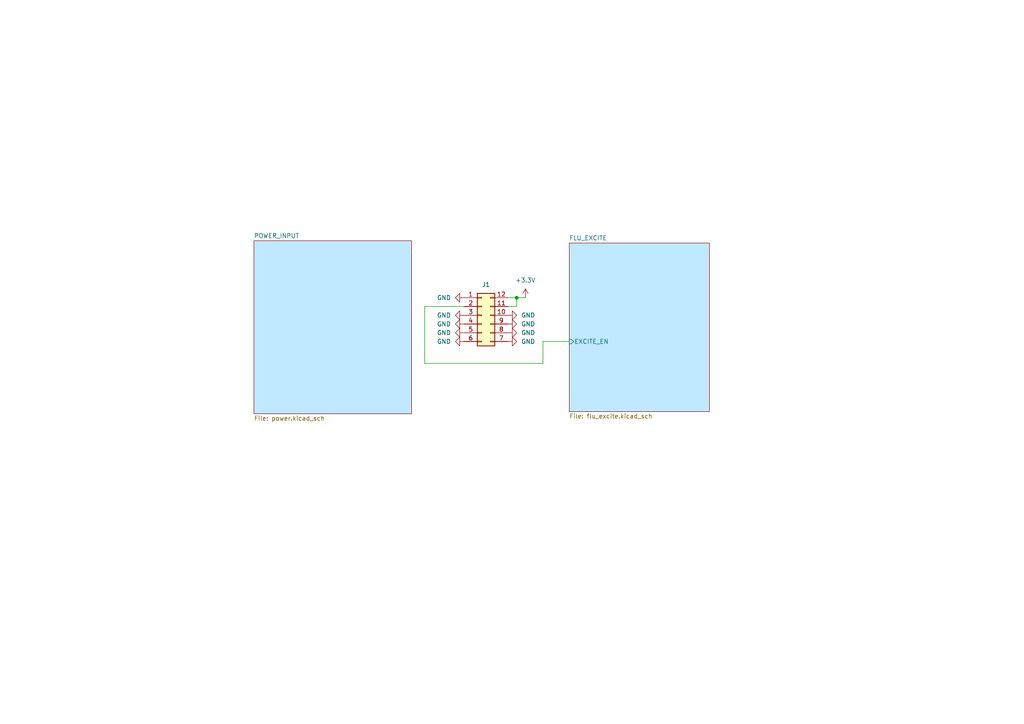
<source format=kicad_sch>
(kicad_sch (version 20230121) (generator eeschema)
  (paper "A4")
  (lib_symbols
    (symbol "Connector_Generic:Conn_02x06_Counter_Clockwise" (pin_names (offset 1.016) hide)
      (property "Reference" "J" (at 1.27 7.62 0))
      (property "Value" "Conn_02x06_Counter_Clockwise" (at 1.27 -10.16 0))
      (symbol "Conn_02x06_Counter_Clockwise_1_1"
        (rectangle (start -1.27 -7.493) (end 0 -7.747) (stroke (width 0.1524)))
        (rectangle (start -1.27 -4.953) (end 0 -5.207) (stroke (width 0.1524)))
        (rectangle (start -1.27 -2.413) (end 0 -2.667) (stroke (width 0.1524)))
        (rectangle (start -1.27 0.127) (end 0 -0.127) (stroke (width 0.1524)))
        (rectangle (start -1.27 2.667) (end 0 2.413) (stroke (width 0.1524)))
        (rectangle (start -1.27 5.207) (end 0 4.953) (stroke (width 0.1524)))
        (rectangle (start -1.27 6.35) (end 3.81 -8.89) (stroke (width 0.254)) (fill (type background)))
        (rectangle (start 3.81 -7.493) (end 2.54 -7.747) (stroke (width 0.1524)))
        (rectangle (start 3.81 -4.953) (end 2.54 -5.207) (stroke (width 0.1524)))
        (rectangle (start 3.81 -2.413) (end 2.54 -2.667) (stroke (width 0.1524)))
        (rectangle (start 3.81 0.127) (end 2.54 -0.127) (stroke (width 0.1524)))
        (rectangle (start 3.81 2.667) (end 2.54 2.413) (stroke (width 0.1524)))
        (rectangle (start 3.81 5.207) (end 2.54 4.953) (stroke (width 0.1524)))
        (pin passive line (at -5.08 5.08 0) (length 3.81) (name "Pin_1") (number "1"))
        (pin passive line (at 7.62 0 180) (length 3.81) (name "Pin_10") (number "10"))
        (pin passive line (at 7.62 2.54 180) (length 3.81) (name "Pin_11") (number "11"))
        (pin passive line (at 7.62 5.08 180) (length 3.81) (name "Pin_12") (number "12"))
        (pin passive line (at -5.08 2.54 0) (length 3.81) (name "Pin_2") (number "2"))
        (pin passive line (at -5.08 0 0) (length 3.81) (name "Pin_3") (number "3"))
        (pin passive line (at -5.08 -2.54 0) (length 3.81) (name "Pin_4") (number "4"))
        (pin passive line (at -5.08 -5.08 0) (length 3.81) (name "Pin_5") (number "5"))
        (pin passive line (at -5.08 -7.62 0) (length 3.81) (name "Pin_6") (number "6"))
        (pin passive line (at 7.62 -7.62 180) (length 3.81) (name "Pin_7") (number "7"))
        (pin passive line (at 7.62 -5.08 180) (length 3.81) (name "Pin_8") (number "8"))
        (pin passive line (at 7.62 -2.54 180) (length 3.81) (name "Pin_9") (number "9"))
      )
    )
    (symbol "power:+3.3V" (power) (pin_names (offset 0))
      (property "Value" "+3.3V" (at 0 3.556 0))
      (symbol "+3.3V_0_1"
        (polyline (pts (xy -0.762 1.27) (xy 0 2.54)))
        (polyline (pts (xy 0 0) (xy 0 2.54)))
        (polyline (pts (xy 0 2.54) (xy 0.762 1.27)))
      )
      (symbol "+3.3V_1_1"
        (pin power_in line (at 0 0 90) (length 0) hide (name "+3.3V") (number "1"))
      )
    )
    (symbol "power:GND" (power) (pin_names (offset 0))
      (property "Value" "GND" (at 0 -3.81 0))
      (symbol "GND_0_1"
        (polyline (pts (xy 0 0) (xy 0 -1.27) (xy 1.27 -1.27) (xy 0 -2.54) (xy -1.27 -1.27) (xy 0 -1.27)))
      )
      (symbol "GND_1_1"
        (pin power_in line (at 0 0 270) (length 0) hide (name "GND") (number "1"))
      )
    )
  )
  (junction (at 149.86 86.36))
  (wire (pts (xy 152.4 86.36) (xy 149.86 86.36)))
  (wire (pts (xy 157.48 105.41) (xy 157.48 99.06)))
  (wire (pts (xy 123.19 105.41) (xy 157.48 105.41)))
  (wire (pts (xy 149.86 86.36) (xy 147.32 86.36)))
  (wire (pts (xy 123.19 88.9) (xy 134.62 88.9)))
  (wire (pts (xy 149.86 88.9) (xy 149.86 86.36)))
  (wire (pts (xy 123.19 105.41) (xy 123.19 88.9)))
  (wire (pts (xy 165.1 99.06) (xy 157.48 99.06)))
  (wire (pts (xy 147.32 88.9) (xy 149.86 88.9)))
  (symbol (lib_id "power:+3.3V") (at 152.4 86.36 0) (mirror y) (unit 1)
    (property "Reference" "#PWR01" (effects hide))
    (property "Value" "+3.3V" (at 152.4 81.28 0))
  )
  (symbol (lib_id "power:GND") (at 147.32 99.06 90) (unit 1)
    (property "Reference" "#PWR02" (effects hide))
    (property "Value" "GND" (at 151.13 99.06 90) (effects (justify right)))
  )
  (symbol (lib_id "power:GND") (at 134.62 93.98 270) (unit 1)
    (property "Reference" "#PWR04" (effects hide))
    (property "Value" "GND" (at 130.81 93.98 90) (effects (justify right)))
  )
  (symbol (lib_id "power:GND") (at 147.32 93.98 90) (unit 1)
    (property "Reference" "#PWR09" (effects hide))
    (property "Value" "GND" (at 151.13 93.98 90) (effects (justify right)))
  )
  (symbol (lib_id "power:GND") (at 134.62 96.52 270) (unit 1)
    (property "Reference" "#PWR05" (effects hide))
    (property "Value" "GND" (at 130.81 96.52 90) (effects (justify right)))
  )
  (symbol (lib_id "Connector_Generic:Conn_02x06_Counter_Clockwise") (at 139.7 91.44 0) (unit 1)
    (property "Reference" "J1" (at 140.97 82.55 0))
    (property "Value" "Conn_02x06_Counter_Clockwise" (effects hide))
    (property "Footprint" "Connector_PinHeader_2.54mm:PinHeader_2x06_P2.54mm_Vertical" (effects hide))
  )
  (symbol (lib_id "power:GND") (at 134.62 99.06 270) (unit 1)
    (property "Reference" "#PWR06" (effects hide))
    (property "Value" "GND" (at 130.81 99.06 90) (effects (justify right)))
  )
  (symbol (lib_id "power:GND") (at 134.62 91.44 270) (unit 1)
    (property "Reference" "#PWR03" (effects hide))
    (property "Value" "GND" (at 130.81 91.44 90) (effects (justify right)))
  )
  (symbol (lib_id "power:GND") (at 134.62 86.36 270) (unit 1)
    (property "Reference" "#PWR07" (effects hide))
    (property "Value" "GND" (at 130.81 86.36 90) (effects (justify right)))
  )
  (symbol (lib_id "power:GND") (at 147.32 96.52 90) (unit 1)
    (property "Reference" "#PWR010" (effects hide))
    (property "Value" "GND" (at 151.13 96.52 90) (effects (justify right)))
  )
  (symbol (lib_id "power:GND") (at 147.32 91.44 90) (unit 1)
    (property "Reference" "#PWR08" (effects hide))
    (property "Value" "GND" (at 151.13 91.44 90) (effects (justify right)))
  )
  (sheet (at 165.1 70.485) (size 40.64 48.895) (stroke (width 0.1524)) (fill (color 192 232 255 1.0000))
    (property "Sheetname" "FLU_EXCITE" (at 165.1 69.7734 0) (effects (justify left bottom)))
    (property "Sheetfile" "flu_excite.kicad_sch" (at 165.1 119.9646 0) (effects (justify left top)))
    (pin "EXCITE_EN" input (at 165.1 99.06 180))
  )
  (sheet (at 73.66 69.85) (size 45.72 50.165) (stroke (width 0.1524)) (fill (color 192 232 255 1.0000))
    (property "Sheetname" "POWER_INPUT" (at 73.66 69.1384 0) (effects (justify left bottom)))
    (property "Sheetfile" "power.kicad_sch" (at 73.66 120.5996 0) (effects (justify left top)))
  )
)
</source>
